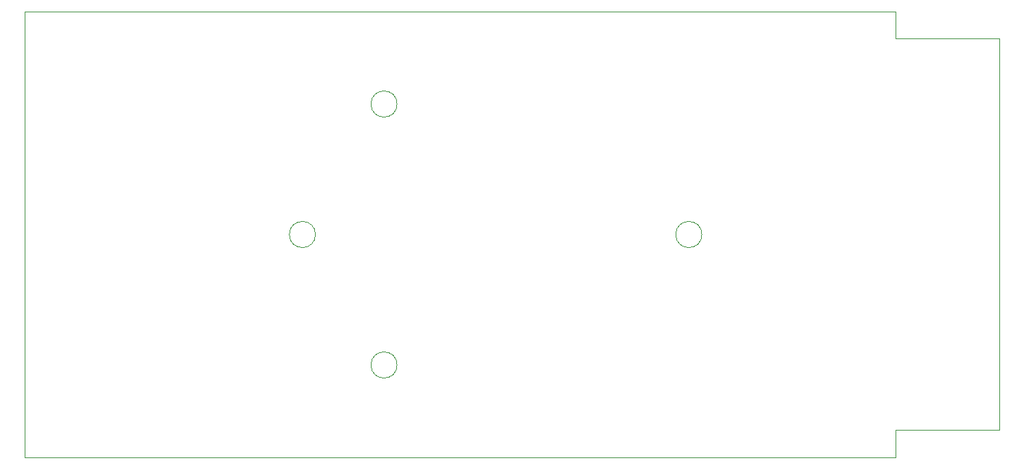
<source format=gbr>
%TF.GenerationSoftware,KiCad,Pcbnew,(6.0.6)*%
%TF.CreationDate,2022-08-31T19:42:32-05:00*%
%TF.ProjectId,Lavadora,4c617661-646f-4726-912e-6b696361645f,rev?*%
%TF.SameCoordinates,Original*%
%TF.FileFunction,Profile,NP*%
%FSLAX46Y46*%
G04 Gerber Fmt 4.6, Leading zero omitted, Abs format (unit mm)*
G04 Created by KiCad (PCBNEW (6.0.6)) date 2022-08-31 19:42:32*
%MOMM*%
%LPD*%
G01*
G04 APERTURE LIST*
%TA.AperFunction,Profile*%
%ADD10C,0.100000*%
%TD*%
G04 APERTURE END LIST*
D10*
X78994000Y-26035000D02*
G75*
G03*
X78994000Y-26035000I-1524000J0D01*
G01*
X43434000Y-41275000D02*
G75*
G03*
X43434000Y-41275000I-1524000J0D01*
G01*
X43434000Y-10795000D02*
G75*
G03*
X43434000Y-10795000I-1524000J0D01*
G01*
X33909000Y-26035000D02*
G75*
G03*
X33909000Y-26035000I-1524000J0D01*
G01*
X101600000Y-52070000D02*
X0Y-52070000D01*
X101600000Y-48895000D02*
X101600000Y-52070000D01*
X113665000Y-48895000D02*
X101600000Y-48895000D01*
X113665000Y-3175000D02*
X113665000Y-48895000D01*
X101600000Y-3175000D02*
X113665000Y-3175000D01*
X101600000Y0D02*
X101600000Y-3175000D01*
X0Y0D02*
X101600000Y0D01*
X0Y0D02*
X0Y-52070000D01*
M02*

</source>
